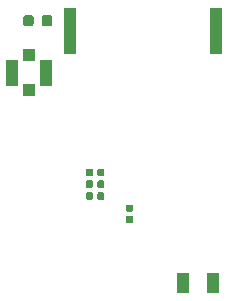
<source format=gbp>
G04 #@! TF.GenerationSoftware,KiCad,Pcbnew,5.0.1*
G04 #@! TF.CreationDate,2019-01-01T17:00:48+00:00*
G04 #@! TF.ProjectId,goodwatch30,676F6F64776174636833302E6B696361,30*
G04 #@! TF.SameCoordinates,Original*
G04 #@! TF.FileFunction,Paste,Bot*
G04 #@! TF.FilePolarity,Positive*
%FSLAX46Y46*%
G04 Gerber Fmt 4.6, Leading zero omitted, Abs format (unit mm)*
G04 Created by KiCad (PCBNEW 5.0.1) date Tue 01 Jan 2019 05:00:48 PM UTC*
%MOMM*%
%LPD*%
G01*
G04 APERTURE LIST*
%ADD10C,0.100000*%
%ADD11C,0.590000*%
%ADD12R,1.050000X2.200000*%
%ADD13R,1.000000X1.000000*%
%ADD14R,1.000000X4.000000*%
%ADD15C,0.875000*%
%ADD16R,1.000000X1.800000*%
G04 APERTURE END LIST*
D10*
G04 #@! TO.C,C8*
G36*
X105076958Y-77180710D02*
X105091276Y-77182834D01*
X105105317Y-77186351D01*
X105118946Y-77191228D01*
X105132031Y-77197417D01*
X105144447Y-77204858D01*
X105156073Y-77213481D01*
X105166798Y-77223202D01*
X105176519Y-77233927D01*
X105185142Y-77245553D01*
X105192583Y-77257969D01*
X105198772Y-77271054D01*
X105203649Y-77284683D01*
X105207166Y-77298724D01*
X105209290Y-77313042D01*
X105210000Y-77327500D01*
X105210000Y-77672500D01*
X105209290Y-77686958D01*
X105207166Y-77701276D01*
X105203649Y-77715317D01*
X105198772Y-77728946D01*
X105192583Y-77742031D01*
X105185142Y-77754447D01*
X105176519Y-77766073D01*
X105166798Y-77776798D01*
X105156073Y-77786519D01*
X105144447Y-77795142D01*
X105132031Y-77802583D01*
X105118946Y-77808772D01*
X105105317Y-77813649D01*
X105091276Y-77817166D01*
X105076958Y-77819290D01*
X105062500Y-77820000D01*
X104767500Y-77820000D01*
X104753042Y-77819290D01*
X104738724Y-77817166D01*
X104724683Y-77813649D01*
X104711054Y-77808772D01*
X104697969Y-77802583D01*
X104685553Y-77795142D01*
X104673927Y-77786519D01*
X104663202Y-77776798D01*
X104653481Y-77766073D01*
X104644858Y-77754447D01*
X104637417Y-77742031D01*
X104631228Y-77728946D01*
X104626351Y-77715317D01*
X104622834Y-77701276D01*
X104620710Y-77686958D01*
X104620000Y-77672500D01*
X104620000Y-77327500D01*
X104620710Y-77313042D01*
X104622834Y-77298724D01*
X104626351Y-77284683D01*
X104631228Y-77271054D01*
X104637417Y-77257969D01*
X104644858Y-77245553D01*
X104653481Y-77233927D01*
X104663202Y-77223202D01*
X104673927Y-77213481D01*
X104685553Y-77204858D01*
X104697969Y-77197417D01*
X104711054Y-77191228D01*
X104724683Y-77186351D01*
X104738724Y-77182834D01*
X104753042Y-77180710D01*
X104767500Y-77180000D01*
X105062500Y-77180000D01*
X105076958Y-77180710D01*
X105076958Y-77180710D01*
G37*
D11*
X104915000Y-77500000D03*
D10*
G36*
X106046958Y-77180710D02*
X106061276Y-77182834D01*
X106075317Y-77186351D01*
X106088946Y-77191228D01*
X106102031Y-77197417D01*
X106114447Y-77204858D01*
X106126073Y-77213481D01*
X106136798Y-77223202D01*
X106146519Y-77233927D01*
X106155142Y-77245553D01*
X106162583Y-77257969D01*
X106168772Y-77271054D01*
X106173649Y-77284683D01*
X106177166Y-77298724D01*
X106179290Y-77313042D01*
X106180000Y-77327500D01*
X106180000Y-77672500D01*
X106179290Y-77686958D01*
X106177166Y-77701276D01*
X106173649Y-77715317D01*
X106168772Y-77728946D01*
X106162583Y-77742031D01*
X106155142Y-77754447D01*
X106146519Y-77766073D01*
X106136798Y-77776798D01*
X106126073Y-77786519D01*
X106114447Y-77795142D01*
X106102031Y-77802583D01*
X106088946Y-77808772D01*
X106075317Y-77813649D01*
X106061276Y-77817166D01*
X106046958Y-77819290D01*
X106032500Y-77820000D01*
X105737500Y-77820000D01*
X105723042Y-77819290D01*
X105708724Y-77817166D01*
X105694683Y-77813649D01*
X105681054Y-77808772D01*
X105667969Y-77802583D01*
X105655553Y-77795142D01*
X105643927Y-77786519D01*
X105633202Y-77776798D01*
X105623481Y-77766073D01*
X105614858Y-77754447D01*
X105607417Y-77742031D01*
X105601228Y-77728946D01*
X105596351Y-77715317D01*
X105592834Y-77701276D01*
X105590710Y-77686958D01*
X105590000Y-77672500D01*
X105590000Y-77327500D01*
X105590710Y-77313042D01*
X105592834Y-77298724D01*
X105596351Y-77284683D01*
X105601228Y-77271054D01*
X105607417Y-77257969D01*
X105614858Y-77245553D01*
X105623481Y-77233927D01*
X105633202Y-77223202D01*
X105643927Y-77213481D01*
X105655553Y-77204858D01*
X105667969Y-77197417D01*
X105681054Y-77191228D01*
X105694683Y-77186351D01*
X105708724Y-77182834D01*
X105723042Y-77180710D01*
X105737500Y-77180000D01*
X106032500Y-77180000D01*
X106046958Y-77180710D01*
X106046958Y-77180710D01*
G37*
D11*
X105885000Y-77500000D03*
G04 #@! TD*
D10*
G04 #@! TO.C,C9*
G36*
X106046958Y-75180710D02*
X106061276Y-75182834D01*
X106075317Y-75186351D01*
X106088946Y-75191228D01*
X106102031Y-75197417D01*
X106114447Y-75204858D01*
X106126073Y-75213481D01*
X106136798Y-75223202D01*
X106146519Y-75233927D01*
X106155142Y-75245553D01*
X106162583Y-75257969D01*
X106168772Y-75271054D01*
X106173649Y-75284683D01*
X106177166Y-75298724D01*
X106179290Y-75313042D01*
X106180000Y-75327500D01*
X106180000Y-75672500D01*
X106179290Y-75686958D01*
X106177166Y-75701276D01*
X106173649Y-75715317D01*
X106168772Y-75728946D01*
X106162583Y-75742031D01*
X106155142Y-75754447D01*
X106146519Y-75766073D01*
X106136798Y-75776798D01*
X106126073Y-75786519D01*
X106114447Y-75795142D01*
X106102031Y-75802583D01*
X106088946Y-75808772D01*
X106075317Y-75813649D01*
X106061276Y-75817166D01*
X106046958Y-75819290D01*
X106032500Y-75820000D01*
X105737500Y-75820000D01*
X105723042Y-75819290D01*
X105708724Y-75817166D01*
X105694683Y-75813649D01*
X105681054Y-75808772D01*
X105667969Y-75802583D01*
X105655553Y-75795142D01*
X105643927Y-75786519D01*
X105633202Y-75776798D01*
X105623481Y-75766073D01*
X105614858Y-75754447D01*
X105607417Y-75742031D01*
X105601228Y-75728946D01*
X105596351Y-75715317D01*
X105592834Y-75701276D01*
X105590710Y-75686958D01*
X105590000Y-75672500D01*
X105590000Y-75327500D01*
X105590710Y-75313042D01*
X105592834Y-75298724D01*
X105596351Y-75284683D01*
X105601228Y-75271054D01*
X105607417Y-75257969D01*
X105614858Y-75245553D01*
X105623481Y-75233927D01*
X105633202Y-75223202D01*
X105643927Y-75213481D01*
X105655553Y-75204858D01*
X105667969Y-75197417D01*
X105681054Y-75191228D01*
X105694683Y-75186351D01*
X105708724Y-75182834D01*
X105723042Y-75180710D01*
X105737500Y-75180000D01*
X106032500Y-75180000D01*
X106046958Y-75180710D01*
X106046958Y-75180710D01*
G37*
D11*
X105885000Y-75500000D03*
D10*
G36*
X105076958Y-75180710D02*
X105091276Y-75182834D01*
X105105317Y-75186351D01*
X105118946Y-75191228D01*
X105132031Y-75197417D01*
X105144447Y-75204858D01*
X105156073Y-75213481D01*
X105166798Y-75223202D01*
X105176519Y-75233927D01*
X105185142Y-75245553D01*
X105192583Y-75257969D01*
X105198772Y-75271054D01*
X105203649Y-75284683D01*
X105207166Y-75298724D01*
X105209290Y-75313042D01*
X105210000Y-75327500D01*
X105210000Y-75672500D01*
X105209290Y-75686958D01*
X105207166Y-75701276D01*
X105203649Y-75715317D01*
X105198772Y-75728946D01*
X105192583Y-75742031D01*
X105185142Y-75754447D01*
X105176519Y-75766073D01*
X105166798Y-75776798D01*
X105156073Y-75786519D01*
X105144447Y-75795142D01*
X105132031Y-75802583D01*
X105118946Y-75808772D01*
X105105317Y-75813649D01*
X105091276Y-75817166D01*
X105076958Y-75819290D01*
X105062500Y-75820000D01*
X104767500Y-75820000D01*
X104753042Y-75819290D01*
X104738724Y-75817166D01*
X104724683Y-75813649D01*
X104711054Y-75808772D01*
X104697969Y-75802583D01*
X104685553Y-75795142D01*
X104673927Y-75786519D01*
X104663202Y-75776798D01*
X104653481Y-75766073D01*
X104644858Y-75754447D01*
X104637417Y-75742031D01*
X104631228Y-75728946D01*
X104626351Y-75715317D01*
X104622834Y-75701276D01*
X104620710Y-75686958D01*
X104620000Y-75672500D01*
X104620000Y-75327500D01*
X104620710Y-75313042D01*
X104622834Y-75298724D01*
X104626351Y-75284683D01*
X104631228Y-75271054D01*
X104637417Y-75257969D01*
X104644858Y-75245553D01*
X104653481Y-75233927D01*
X104663202Y-75223202D01*
X104673927Y-75213481D01*
X104685553Y-75204858D01*
X104697969Y-75197417D01*
X104711054Y-75191228D01*
X104724683Y-75186351D01*
X104738724Y-75182834D01*
X104753042Y-75180710D01*
X104767500Y-75180000D01*
X105062500Y-75180000D01*
X105076958Y-75180710D01*
X105076958Y-75180710D01*
G37*
D11*
X104915000Y-75500000D03*
G04 #@! TD*
D10*
G04 #@! TO.C,C3*
G36*
X108486958Y-79190710D02*
X108501276Y-79192834D01*
X108515317Y-79196351D01*
X108528946Y-79201228D01*
X108542031Y-79207417D01*
X108554447Y-79214858D01*
X108566073Y-79223481D01*
X108576798Y-79233202D01*
X108586519Y-79243927D01*
X108595142Y-79255553D01*
X108602583Y-79267969D01*
X108608772Y-79281054D01*
X108613649Y-79294683D01*
X108617166Y-79308724D01*
X108619290Y-79323042D01*
X108620000Y-79337500D01*
X108620000Y-79632500D01*
X108619290Y-79646958D01*
X108617166Y-79661276D01*
X108613649Y-79675317D01*
X108608772Y-79688946D01*
X108602583Y-79702031D01*
X108595142Y-79714447D01*
X108586519Y-79726073D01*
X108576798Y-79736798D01*
X108566073Y-79746519D01*
X108554447Y-79755142D01*
X108542031Y-79762583D01*
X108528946Y-79768772D01*
X108515317Y-79773649D01*
X108501276Y-79777166D01*
X108486958Y-79779290D01*
X108472500Y-79780000D01*
X108127500Y-79780000D01*
X108113042Y-79779290D01*
X108098724Y-79777166D01*
X108084683Y-79773649D01*
X108071054Y-79768772D01*
X108057969Y-79762583D01*
X108045553Y-79755142D01*
X108033927Y-79746519D01*
X108023202Y-79736798D01*
X108013481Y-79726073D01*
X108004858Y-79714447D01*
X107997417Y-79702031D01*
X107991228Y-79688946D01*
X107986351Y-79675317D01*
X107982834Y-79661276D01*
X107980710Y-79646958D01*
X107980000Y-79632500D01*
X107980000Y-79337500D01*
X107980710Y-79323042D01*
X107982834Y-79308724D01*
X107986351Y-79294683D01*
X107991228Y-79281054D01*
X107997417Y-79267969D01*
X108004858Y-79255553D01*
X108013481Y-79243927D01*
X108023202Y-79233202D01*
X108033927Y-79223481D01*
X108045553Y-79214858D01*
X108057969Y-79207417D01*
X108071054Y-79201228D01*
X108084683Y-79196351D01*
X108098724Y-79192834D01*
X108113042Y-79190710D01*
X108127500Y-79190000D01*
X108472500Y-79190000D01*
X108486958Y-79190710D01*
X108486958Y-79190710D01*
G37*
D11*
X108300000Y-79485000D03*
D10*
G36*
X108486958Y-78220710D02*
X108501276Y-78222834D01*
X108515317Y-78226351D01*
X108528946Y-78231228D01*
X108542031Y-78237417D01*
X108554447Y-78244858D01*
X108566073Y-78253481D01*
X108576798Y-78263202D01*
X108586519Y-78273927D01*
X108595142Y-78285553D01*
X108602583Y-78297969D01*
X108608772Y-78311054D01*
X108613649Y-78324683D01*
X108617166Y-78338724D01*
X108619290Y-78353042D01*
X108620000Y-78367500D01*
X108620000Y-78662500D01*
X108619290Y-78676958D01*
X108617166Y-78691276D01*
X108613649Y-78705317D01*
X108608772Y-78718946D01*
X108602583Y-78732031D01*
X108595142Y-78744447D01*
X108586519Y-78756073D01*
X108576798Y-78766798D01*
X108566073Y-78776519D01*
X108554447Y-78785142D01*
X108542031Y-78792583D01*
X108528946Y-78798772D01*
X108515317Y-78803649D01*
X108501276Y-78807166D01*
X108486958Y-78809290D01*
X108472500Y-78810000D01*
X108127500Y-78810000D01*
X108113042Y-78809290D01*
X108098724Y-78807166D01*
X108084683Y-78803649D01*
X108071054Y-78798772D01*
X108057969Y-78792583D01*
X108045553Y-78785142D01*
X108033927Y-78776519D01*
X108023202Y-78766798D01*
X108013481Y-78756073D01*
X108004858Y-78744447D01*
X107997417Y-78732031D01*
X107991228Y-78718946D01*
X107986351Y-78705317D01*
X107982834Y-78691276D01*
X107980710Y-78676958D01*
X107980000Y-78662500D01*
X107980000Y-78367500D01*
X107980710Y-78353042D01*
X107982834Y-78338724D01*
X107986351Y-78324683D01*
X107991228Y-78311054D01*
X107997417Y-78297969D01*
X108004858Y-78285553D01*
X108013481Y-78273927D01*
X108023202Y-78263202D01*
X108033927Y-78253481D01*
X108045553Y-78244858D01*
X108057969Y-78237417D01*
X108071054Y-78231228D01*
X108084683Y-78226351D01*
X108098724Y-78222834D01*
X108113042Y-78220710D01*
X108127500Y-78220000D01*
X108472500Y-78220000D01*
X108486958Y-78220710D01*
X108486958Y-78220710D01*
G37*
D11*
X108300000Y-78515000D03*
G04 #@! TD*
D12*
G04 #@! TO.C,J1*
X98325000Y-67050000D03*
X101275000Y-67050000D03*
D13*
X99800000Y-68550000D03*
X99800000Y-65550000D03*
G04 #@! TD*
D14*
G04 #@! TO.C,A1*
X103300000Y-63500000D03*
X115600000Y-63500000D03*
G04 #@! TD*
D10*
G04 #@! TO.C,C1*
G36*
X99989691Y-62177053D02*
X100010926Y-62180203D01*
X100031750Y-62185419D01*
X100051962Y-62192651D01*
X100071368Y-62201830D01*
X100089781Y-62212866D01*
X100107024Y-62225654D01*
X100122930Y-62240070D01*
X100137346Y-62255976D01*
X100150134Y-62273219D01*
X100161170Y-62291632D01*
X100170349Y-62311038D01*
X100177581Y-62331250D01*
X100182797Y-62352074D01*
X100185947Y-62373309D01*
X100187000Y-62394750D01*
X100187000Y-62907250D01*
X100185947Y-62928691D01*
X100182797Y-62949926D01*
X100177581Y-62970750D01*
X100170349Y-62990962D01*
X100161170Y-63010368D01*
X100150134Y-63028781D01*
X100137346Y-63046024D01*
X100122930Y-63061930D01*
X100107024Y-63076346D01*
X100089781Y-63089134D01*
X100071368Y-63100170D01*
X100051962Y-63109349D01*
X100031750Y-63116581D01*
X100010926Y-63121797D01*
X99989691Y-63124947D01*
X99968250Y-63126000D01*
X99530750Y-63126000D01*
X99509309Y-63124947D01*
X99488074Y-63121797D01*
X99467250Y-63116581D01*
X99447038Y-63109349D01*
X99427632Y-63100170D01*
X99409219Y-63089134D01*
X99391976Y-63076346D01*
X99376070Y-63061930D01*
X99361654Y-63046024D01*
X99348866Y-63028781D01*
X99337830Y-63010368D01*
X99328651Y-62990962D01*
X99321419Y-62970750D01*
X99316203Y-62949926D01*
X99313053Y-62928691D01*
X99312000Y-62907250D01*
X99312000Y-62394750D01*
X99313053Y-62373309D01*
X99316203Y-62352074D01*
X99321419Y-62331250D01*
X99328651Y-62311038D01*
X99337830Y-62291632D01*
X99348866Y-62273219D01*
X99361654Y-62255976D01*
X99376070Y-62240070D01*
X99391976Y-62225654D01*
X99409219Y-62212866D01*
X99427632Y-62201830D01*
X99447038Y-62192651D01*
X99467250Y-62185419D01*
X99488074Y-62180203D01*
X99509309Y-62177053D01*
X99530750Y-62176000D01*
X99968250Y-62176000D01*
X99989691Y-62177053D01*
X99989691Y-62177053D01*
G37*
D15*
X99749500Y-62651000D03*
D10*
G36*
X101564691Y-62177053D02*
X101585926Y-62180203D01*
X101606750Y-62185419D01*
X101626962Y-62192651D01*
X101646368Y-62201830D01*
X101664781Y-62212866D01*
X101682024Y-62225654D01*
X101697930Y-62240070D01*
X101712346Y-62255976D01*
X101725134Y-62273219D01*
X101736170Y-62291632D01*
X101745349Y-62311038D01*
X101752581Y-62331250D01*
X101757797Y-62352074D01*
X101760947Y-62373309D01*
X101762000Y-62394750D01*
X101762000Y-62907250D01*
X101760947Y-62928691D01*
X101757797Y-62949926D01*
X101752581Y-62970750D01*
X101745349Y-62990962D01*
X101736170Y-63010368D01*
X101725134Y-63028781D01*
X101712346Y-63046024D01*
X101697930Y-63061930D01*
X101682024Y-63076346D01*
X101664781Y-63089134D01*
X101646368Y-63100170D01*
X101626962Y-63109349D01*
X101606750Y-63116581D01*
X101585926Y-63121797D01*
X101564691Y-63124947D01*
X101543250Y-63126000D01*
X101105750Y-63126000D01*
X101084309Y-63124947D01*
X101063074Y-63121797D01*
X101042250Y-63116581D01*
X101022038Y-63109349D01*
X101002632Y-63100170D01*
X100984219Y-63089134D01*
X100966976Y-63076346D01*
X100951070Y-63061930D01*
X100936654Y-63046024D01*
X100923866Y-63028781D01*
X100912830Y-63010368D01*
X100903651Y-62990962D01*
X100896419Y-62970750D01*
X100891203Y-62949926D01*
X100888053Y-62928691D01*
X100887000Y-62907250D01*
X100887000Y-62394750D01*
X100888053Y-62373309D01*
X100891203Y-62352074D01*
X100896419Y-62331250D01*
X100903651Y-62311038D01*
X100912830Y-62291632D01*
X100923866Y-62273219D01*
X100936654Y-62255976D01*
X100951070Y-62240070D01*
X100966976Y-62225654D01*
X100984219Y-62212866D01*
X101002632Y-62201830D01*
X101022038Y-62192651D01*
X101042250Y-62185419D01*
X101063074Y-62180203D01*
X101084309Y-62177053D01*
X101105750Y-62176000D01*
X101543250Y-62176000D01*
X101564691Y-62177053D01*
X101564691Y-62177053D01*
G37*
D15*
X101324500Y-62651000D03*
G04 #@! TD*
D10*
G04 #@! TO.C,L1*
G36*
X105076958Y-76174710D02*
X105091276Y-76176834D01*
X105105317Y-76180351D01*
X105118946Y-76185228D01*
X105132031Y-76191417D01*
X105144447Y-76198858D01*
X105156073Y-76207481D01*
X105166798Y-76217202D01*
X105176519Y-76227927D01*
X105185142Y-76239553D01*
X105192583Y-76251969D01*
X105198772Y-76265054D01*
X105203649Y-76278683D01*
X105207166Y-76292724D01*
X105209290Y-76307042D01*
X105210000Y-76321500D01*
X105210000Y-76666500D01*
X105209290Y-76680958D01*
X105207166Y-76695276D01*
X105203649Y-76709317D01*
X105198772Y-76722946D01*
X105192583Y-76736031D01*
X105185142Y-76748447D01*
X105176519Y-76760073D01*
X105166798Y-76770798D01*
X105156073Y-76780519D01*
X105144447Y-76789142D01*
X105132031Y-76796583D01*
X105118946Y-76802772D01*
X105105317Y-76807649D01*
X105091276Y-76811166D01*
X105076958Y-76813290D01*
X105062500Y-76814000D01*
X104767500Y-76814000D01*
X104753042Y-76813290D01*
X104738724Y-76811166D01*
X104724683Y-76807649D01*
X104711054Y-76802772D01*
X104697969Y-76796583D01*
X104685553Y-76789142D01*
X104673927Y-76780519D01*
X104663202Y-76770798D01*
X104653481Y-76760073D01*
X104644858Y-76748447D01*
X104637417Y-76736031D01*
X104631228Y-76722946D01*
X104626351Y-76709317D01*
X104622834Y-76695276D01*
X104620710Y-76680958D01*
X104620000Y-76666500D01*
X104620000Y-76321500D01*
X104620710Y-76307042D01*
X104622834Y-76292724D01*
X104626351Y-76278683D01*
X104631228Y-76265054D01*
X104637417Y-76251969D01*
X104644858Y-76239553D01*
X104653481Y-76227927D01*
X104663202Y-76217202D01*
X104673927Y-76207481D01*
X104685553Y-76198858D01*
X104697969Y-76191417D01*
X104711054Y-76185228D01*
X104724683Y-76180351D01*
X104738724Y-76176834D01*
X104753042Y-76174710D01*
X104767500Y-76174000D01*
X105062500Y-76174000D01*
X105076958Y-76174710D01*
X105076958Y-76174710D01*
G37*
D11*
X104915000Y-76494000D03*
D10*
G36*
X106046958Y-76174710D02*
X106061276Y-76176834D01*
X106075317Y-76180351D01*
X106088946Y-76185228D01*
X106102031Y-76191417D01*
X106114447Y-76198858D01*
X106126073Y-76207481D01*
X106136798Y-76217202D01*
X106146519Y-76227927D01*
X106155142Y-76239553D01*
X106162583Y-76251969D01*
X106168772Y-76265054D01*
X106173649Y-76278683D01*
X106177166Y-76292724D01*
X106179290Y-76307042D01*
X106180000Y-76321500D01*
X106180000Y-76666500D01*
X106179290Y-76680958D01*
X106177166Y-76695276D01*
X106173649Y-76709317D01*
X106168772Y-76722946D01*
X106162583Y-76736031D01*
X106155142Y-76748447D01*
X106146519Y-76760073D01*
X106136798Y-76770798D01*
X106126073Y-76780519D01*
X106114447Y-76789142D01*
X106102031Y-76796583D01*
X106088946Y-76802772D01*
X106075317Y-76807649D01*
X106061276Y-76811166D01*
X106046958Y-76813290D01*
X106032500Y-76814000D01*
X105737500Y-76814000D01*
X105723042Y-76813290D01*
X105708724Y-76811166D01*
X105694683Y-76807649D01*
X105681054Y-76802772D01*
X105667969Y-76796583D01*
X105655553Y-76789142D01*
X105643927Y-76780519D01*
X105633202Y-76770798D01*
X105623481Y-76760073D01*
X105614858Y-76748447D01*
X105607417Y-76736031D01*
X105601228Y-76722946D01*
X105596351Y-76709317D01*
X105592834Y-76695276D01*
X105590710Y-76680958D01*
X105590000Y-76666500D01*
X105590000Y-76321500D01*
X105590710Y-76307042D01*
X105592834Y-76292724D01*
X105596351Y-76278683D01*
X105601228Y-76265054D01*
X105607417Y-76251969D01*
X105614858Y-76239553D01*
X105623481Y-76227927D01*
X105633202Y-76217202D01*
X105643927Y-76207481D01*
X105655553Y-76198858D01*
X105667969Y-76191417D01*
X105681054Y-76185228D01*
X105694683Y-76180351D01*
X105708724Y-76176834D01*
X105723042Y-76174710D01*
X105737500Y-76174000D01*
X106032500Y-76174000D01*
X106046958Y-76174710D01*
X106046958Y-76174710D01*
G37*
D11*
X105885000Y-76494000D03*
G04 #@! TD*
D16*
G04 #@! TO.C,Y1*
X112876000Y-84876000D03*
X115376000Y-84876000D03*
G04 #@! TD*
M02*

</source>
